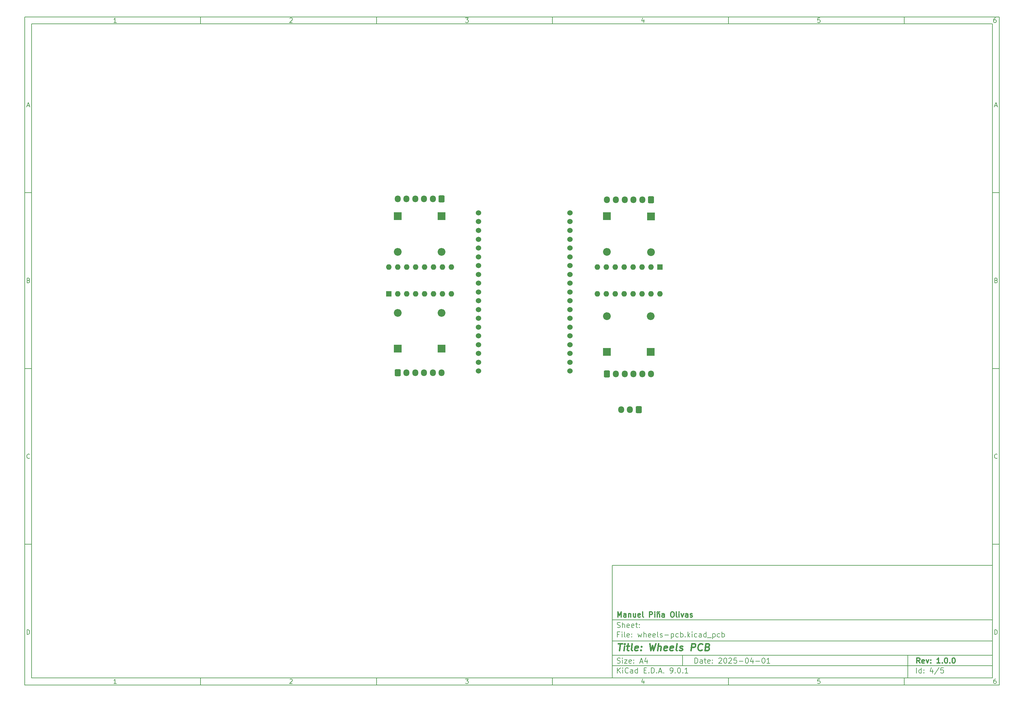
<source format=gbr>
%TF.GenerationSoftware,KiCad,Pcbnew,9.0.1-9.0.1-0~ubuntu24.04.1*%
%TF.CreationDate,2025-05-06T13:20:29-06:00*%
%TF.ProjectId,wheels-pcb,77686565-6c73-42d7-9063-622e6b696361,1.0.0*%
%TF.SameCoordinates,Original*%
%TF.FileFunction,Soldermask,Top*%
%TF.FilePolarity,Negative*%
%FSLAX46Y46*%
G04 Gerber Fmt 4.6, Leading zero omitted, Abs format (unit mm)*
G04 Created by KiCad (PCBNEW 9.0.1-9.0.1-0~ubuntu24.04.1) date 2025-05-06 13:20:29*
%MOMM*%
%LPD*%
G01*
G04 APERTURE LIST*
G04 Aperture macros list*
%AMRoundRect*
0 Rectangle with rounded corners*
0 $1 Rounding radius*
0 $2 $3 $4 $5 $6 $7 $8 $9 X,Y pos of 4 corners*
0 Add a 4 corners polygon primitive as box body*
4,1,4,$2,$3,$4,$5,$6,$7,$8,$9,$2,$3,0*
0 Add four circle primitives for the rounded corners*
1,1,$1+$1,$2,$3*
1,1,$1+$1,$4,$5*
1,1,$1+$1,$6,$7*
1,1,$1+$1,$8,$9*
0 Add four rect primitives between the rounded corners*
20,1,$1+$1,$2,$3,$4,$5,0*
20,1,$1+$1,$4,$5,$6,$7,0*
20,1,$1+$1,$6,$7,$8,$9,0*
20,1,$1+$1,$8,$9,$2,$3,0*%
G04 Aperture macros list end*
%ADD10C,0.100000*%
%ADD11C,0.150000*%
%ADD12C,0.300000*%
%ADD13C,0.400000*%
%ADD14R,1.600000X1.600000*%
%ADD15O,1.600000X1.600000*%
%ADD16R,2.200000X2.200000*%
%ADD17O,2.200000X2.200000*%
%ADD18RoundRect,0.250000X0.600000X0.725000X-0.600000X0.725000X-0.600000X-0.725000X0.600000X-0.725000X0*%
%ADD19O,1.700000X1.950000*%
%ADD20RoundRect,0.250000X-0.600000X-0.725000X0.600000X-0.725000X0.600000X0.725000X-0.600000X0.725000X0*%
%ADD21C,1.524000*%
G04 APERTURE END LIST*
D10*
D11*
X177002200Y-166007200D02*
X285002200Y-166007200D01*
X285002200Y-198007200D01*
X177002200Y-198007200D01*
X177002200Y-166007200D01*
D10*
D11*
X10000000Y-10000000D02*
X287002200Y-10000000D01*
X287002200Y-200007200D01*
X10000000Y-200007200D01*
X10000000Y-10000000D01*
D10*
D11*
X12000000Y-12000000D02*
X285002200Y-12000000D01*
X285002200Y-198007200D01*
X12000000Y-198007200D01*
X12000000Y-12000000D01*
D10*
D11*
X60000000Y-12000000D02*
X60000000Y-10000000D01*
D10*
D11*
X110000000Y-12000000D02*
X110000000Y-10000000D01*
D10*
D11*
X160000000Y-12000000D02*
X160000000Y-10000000D01*
D10*
D11*
X210000000Y-12000000D02*
X210000000Y-10000000D01*
D10*
D11*
X260000000Y-12000000D02*
X260000000Y-10000000D01*
D10*
D11*
X36089160Y-11593604D02*
X35346303Y-11593604D01*
X35717731Y-11593604D02*
X35717731Y-10293604D01*
X35717731Y-10293604D02*
X35593922Y-10479319D01*
X35593922Y-10479319D02*
X35470112Y-10603128D01*
X35470112Y-10603128D02*
X35346303Y-10665033D01*
D10*
D11*
X85346303Y-10417414D02*
X85408207Y-10355509D01*
X85408207Y-10355509D02*
X85532017Y-10293604D01*
X85532017Y-10293604D02*
X85841541Y-10293604D01*
X85841541Y-10293604D02*
X85965350Y-10355509D01*
X85965350Y-10355509D02*
X86027255Y-10417414D01*
X86027255Y-10417414D02*
X86089160Y-10541223D01*
X86089160Y-10541223D02*
X86089160Y-10665033D01*
X86089160Y-10665033D02*
X86027255Y-10850747D01*
X86027255Y-10850747D02*
X85284398Y-11593604D01*
X85284398Y-11593604D02*
X86089160Y-11593604D01*
D10*
D11*
X135284398Y-10293604D02*
X136089160Y-10293604D01*
X136089160Y-10293604D02*
X135655826Y-10788842D01*
X135655826Y-10788842D02*
X135841541Y-10788842D01*
X135841541Y-10788842D02*
X135965350Y-10850747D01*
X135965350Y-10850747D02*
X136027255Y-10912652D01*
X136027255Y-10912652D02*
X136089160Y-11036461D01*
X136089160Y-11036461D02*
X136089160Y-11345985D01*
X136089160Y-11345985D02*
X136027255Y-11469795D01*
X136027255Y-11469795D02*
X135965350Y-11531700D01*
X135965350Y-11531700D02*
X135841541Y-11593604D01*
X135841541Y-11593604D02*
X135470112Y-11593604D01*
X135470112Y-11593604D02*
X135346303Y-11531700D01*
X135346303Y-11531700D02*
X135284398Y-11469795D01*
D10*
D11*
X185965350Y-10726938D02*
X185965350Y-11593604D01*
X185655826Y-10231700D02*
X185346303Y-11160271D01*
X185346303Y-11160271D02*
X186151064Y-11160271D01*
D10*
D11*
X236027255Y-10293604D02*
X235408207Y-10293604D01*
X235408207Y-10293604D02*
X235346303Y-10912652D01*
X235346303Y-10912652D02*
X235408207Y-10850747D01*
X235408207Y-10850747D02*
X235532017Y-10788842D01*
X235532017Y-10788842D02*
X235841541Y-10788842D01*
X235841541Y-10788842D02*
X235965350Y-10850747D01*
X235965350Y-10850747D02*
X236027255Y-10912652D01*
X236027255Y-10912652D02*
X236089160Y-11036461D01*
X236089160Y-11036461D02*
X236089160Y-11345985D01*
X236089160Y-11345985D02*
X236027255Y-11469795D01*
X236027255Y-11469795D02*
X235965350Y-11531700D01*
X235965350Y-11531700D02*
X235841541Y-11593604D01*
X235841541Y-11593604D02*
X235532017Y-11593604D01*
X235532017Y-11593604D02*
X235408207Y-11531700D01*
X235408207Y-11531700D02*
X235346303Y-11469795D01*
D10*
D11*
X285965350Y-10293604D02*
X285717731Y-10293604D01*
X285717731Y-10293604D02*
X285593922Y-10355509D01*
X285593922Y-10355509D02*
X285532017Y-10417414D01*
X285532017Y-10417414D02*
X285408207Y-10603128D01*
X285408207Y-10603128D02*
X285346303Y-10850747D01*
X285346303Y-10850747D02*
X285346303Y-11345985D01*
X285346303Y-11345985D02*
X285408207Y-11469795D01*
X285408207Y-11469795D02*
X285470112Y-11531700D01*
X285470112Y-11531700D02*
X285593922Y-11593604D01*
X285593922Y-11593604D02*
X285841541Y-11593604D01*
X285841541Y-11593604D02*
X285965350Y-11531700D01*
X285965350Y-11531700D02*
X286027255Y-11469795D01*
X286027255Y-11469795D02*
X286089160Y-11345985D01*
X286089160Y-11345985D02*
X286089160Y-11036461D01*
X286089160Y-11036461D02*
X286027255Y-10912652D01*
X286027255Y-10912652D02*
X285965350Y-10850747D01*
X285965350Y-10850747D02*
X285841541Y-10788842D01*
X285841541Y-10788842D02*
X285593922Y-10788842D01*
X285593922Y-10788842D02*
X285470112Y-10850747D01*
X285470112Y-10850747D02*
X285408207Y-10912652D01*
X285408207Y-10912652D02*
X285346303Y-11036461D01*
D10*
D11*
X60000000Y-198007200D02*
X60000000Y-200007200D01*
D10*
D11*
X110000000Y-198007200D02*
X110000000Y-200007200D01*
D10*
D11*
X160000000Y-198007200D02*
X160000000Y-200007200D01*
D10*
D11*
X210000000Y-198007200D02*
X210000000Y-200007200D01*
D10*
D11*
X260000000Y-198007200D02*
X260000000Y-200007200D01*
D10*
D11*
X36089160Y-199600804D02*
X35346303Y-199600804D01*
X35717731Y-199600804D02*
X35717731Y-198300804D01*
X35717731Y-198300804D02*
X35593922Y-198486519D01*
X35593922Y-198486519D02*
X35470112Y-198610328D01*
X35470112Y-198610328D02*
X35346303Y-198672233D01*
D10*
D11*
X85346303Y-198424614D02*
X85408207Y-198362709D01*
X85408207Y-198362709D02*
X85532017Y-198300804D01*
X85532017Y-198300804D02*
X85841541Y-198300804D01*
X85841541Y-198300804D02*
X85965350Y-198362709D01*
X85965350Y-198362709D02*
X86027255Y-198424614D01*
X86027255Y-198424614D02*
X86089160Y-198548423D01*
X86089160Y-198548423D02*
X86089160Y-198672233D01*
X86089160Y-198672233D02*
X86027255Y-198857947D01*
X86027255Y-198857947D02*
X85284398Y-199600804D01*
X85284398Y-199600804D02*
X86089160Y-199600804D01*
D10*
D11*
X135284398Y-198300804D02*
X136089160Y-198300804D01*
X136089160Y-198300804D02*
X135655826Y-198796042D01*
X135655826Y-198796042D02*
X135841541Y-198796042D01*
X135841541Y-198796042D02*
X135965350Y-198857947D01*
X135965350Y-198857947D02*
X136027255Y-198919852D01*
X136027255Y-198919852D02*
X136089160Y-199043661D01*
X136089160Y-199043661D02*
X136089160Y-199353185D01*
X136089160Y-199353185D02*
X136027255Y-199476995D01*
X136027255Y-199476995D02*
X135965350Y-199538900D01*
X135965350Y-199538900D02*
X135841541Y-199600804D01*
X135841541Y-199600804D02*
X135470112Y-199600804D01*
X135470112Y-199600804D02*
X135346303Y-199538900D01*
X135346303Y-199538900D02*
X135284398Y-199476995D01*
D10*
D11*
X185965350Y-198734138D02*
X185965350Y-199600804D01*
X185655826Y-198238900D02*
X185346303Y-199167471D01*
X185346303Y-199167471D02*
X186151064Y-199167471D01*
D10*
D11*
X236027255Y-198300804D02*
X235408207Y-198300804D01*
X235408207Y-198300804D02*
X235346303Y-198919852D01*
X235346303Y-198919852D02*
X235408207Y-198857947D01*
X235408207Y-198857947D02*
X235532017Y-198796042D01*
X235532017Y-198796042D02*
X235841541Y-198796042D01*
X235841541Y-198796042D02*
X235965350Y-198857947D01*
X235965350Y-198857947D02*
X236027255Y-198919852D01*
X236027255Y-198919852D02*
X236089160Y-199043661D01*
X236089160Y-199043661D02*
X236089160Y-199353185D01*
X236089160Y-199353185D02*
X236027255Y-199476995D01*
X236027255Y-199476995D02*
X235965350Y-199538900D01*
X235965350Y-199538900D02*
X235841541Y-199600804D01*
X235841541Y-199600804D02*
X235532017Y-199600804D01*
X235532017Y-199600804D02*
X235408207Y-199538900D01*
X235408207Y-199538900D02*
X235346303Y-199476995D01*
D10*
D11*
X285965350Y-198300804D02*
X285717731Y-198300804D01*
X285717731Y-198300804D02*
X285593922Y-198362709D01*
X285593922Y-198362709D02*
X285532017Y-198424614D01*
X285532017Y-198424614D02*
X285408207Y-198610328D01*
X285408207Y-198610328D02*
X285346303Y-198857947D01*
X285346303Y-198857947D02*
X285346303Y-199353185D01*
X285346303Y-199353185D02*
X285408207Y-199476995D01*
X285408207Y-199476995D02*
X285470112Y-199538900D01*
X285470112Y-199538900D02*
X285593922Y-199600804D01*
X285593922Y-199600804D02*
X285841541Y-199600804D01*
X285841541Y-199600804D02*
X285965350Y-199538900D01*
X285965350Y-199538900D02*
X286027255Y-199476995D01*
X286027255Y-199476995D02*
X286089160Y-199353185D01*
X286089160Y-199353185D02*
X286089160Y-199043661D01*
X286089160Y-199043661D02*
X286027255Y-198919852D01*
X286027255Y-198919852D02*
X285965350Y-198857947D01*
X285965350Y-198857947D02*
X285841541Y-198796042D01*
X285841541Y-198796042D02*
X285593922Y-198796042D01*
X285593922Y-198796042D02*
X285470112Y-198857947D01*
X285470112Y-198857947D02*
X285408207Y-198919852D01*
X285408207Y-198919852D02*
X285346303Y-199043661D01*
D10*
D11*
X10000000Y-60000000D02*
X12000000Y-60000000D01*
D10*
D11*
X10000000Y-110000000D02*
X12000000Y-110000000D01*
D10*
D11*
X10000000Y-160000000D02*
X12000000Y-160000000D01*
D10*
D11*
X10690476Y-35222176D02*
X11309523Y-35222176D01*
X10566666Y-35593604D02*
X10999999Y-34293604D01*
X10999999Y-34293604D02*
X11433333Y-35593604D01*
D10*
D11*
X11092857Y-84912652D02*
X11278571Y-84974557D01*
X11278571Y-84974557D02*
X11340476Y-85036461D01*
X11340476Y-85036461D02*
X11402380Y-85160271D01*
X11402380Y-85160271D02*
X11402380Y-85345985D01*
X11402380Y-85345985D02*
X11340476Y-85469795D01*
X11340476Y-85469795D02*
X11278571Y-85531700D01*
X11278571Y-85531700D02*
X11154761Y-85593604D01*
X11154761Y-85593604D02*
X10659523Y-85593604D01*
X10659523Y-85593604D02*
X10659523Y-84293604D01*
X10659523Y-84293604D02*
X11092857Y-84293604D01*
X11092857Y-84293604D02*
X11216666Y-84355509D01*
X11216666Y-84355509D02*
X11278571Y-84417414D01*
X11278571Y-84417414D02*
X11340476Y-84541223D01*
X11340476Y-84541223D02*
X11340476Y-84665033D01*
X11340476Y-84665033D02*
X11278571Y-84788842D01*
X11278571Y-84788842D02*
X11216666Y-84850747D01*
X11216666Y-84850747D02*
X11092857Y-84912652D01*
X11092857Y-84912652D02*
X10659523Y-84912652D01*
D10*
D11*
X11402380Y-135469795D02*
X11340476Y-135531700D01*
X11340476Y-135531700D02*
X11154761Y-135593604D01*
X11154761Y-135593604D02*
X11030952Y-135593604D01*
X11030952Y-135593604D02*
X10845238Y-135531700D01*
X10845238Y-135531700D02*
X10721428Y-135407890D01*
X10721428Y-135407890D02*
X10659523Y-135284080D01*
X10659523Y-135284080D02*
X10597619Y-135036461D01*
X10597619Y-135036461D02*
X10597619Y-134850747D01*
X10597619Y-134850747D02*
X10659523Y-134603128D01*
X10659523Y-134603128D02*
X10721428Y-134479319D01*
X10721428Y-134479319D02*
X10845238Y-134355509D01*
X10845238Y-134355509D02*
X11030952Y-134293604D01*
X11030952Y-134293604D02*
X11154761Y-134293604D01*
X11154761Y-134293604D02*
X11340476Y-134355509D01*
X11340476Y-134355509D02*
X11402380Y-134417414D01*
D10*
D11*
X10659523Y-185593604D02*
X10659523Y-184293604D01*
X10659523Y-184293604D02*
X10969047Y-184293604D01*
X10969047Y-184293604D02*
X11154761Y-184355509D01*
X11154761Y-184355509D02*
X11278571Y-184479319D01*
X11278571Y-184479319D02*
X11340476Y-184603128D01*
X11340476Y-184603128D02*
X11402380Y-184850747D01*
X11402380Y-184850747D02*
X11402380Y-185036461D01*
X11402380Y-185036461D02*
X11340476Y-185284080D01*
X11340476Y-185284080D02*
X11278571Y-185407890D01*
X11278571Y-185407890D02*
X11154761Y-185531700D01*
X11154761Y-185531700D02*
X10969047Y-185593604D01*
X10969047Y-185593604D02*
X10659523Y-185593604D01*
D10*
D11*
X287002200Y-60000000D02*
X285002200Y-60000000D01*
D10*
D11*
X287002200Y-110000000D02*
X285002200Y-110000000D01*
D10*
D11*
X287002200Y-160000000D02*
X285002200Y-160000000D01*
D10*
D11*
X285692676Y-35222176D02*
X286311723Y-35222176D01*
X285568866Y-35593604D02*
X286002199Y-34293604D01*
X286002199Y-34293604D02*
X286435533Y-35593604D01*
D10*
D11*
X286095057Y-84912652D02*
X286280771Y-84974557D01*
X286280771Y-84974557D02*
X286342676Y-85036461D01*
X286342676Y-85036461D02*
X286404580Y-85160271D01*
X286404580Y-85160271D02*
X286404580Y-85345985D01*
X286404580Y-85345985D02*
X286342676Y-85469795D01*
X286342676Y-85469795D02*
X286280771Y-85531700D01*
X286280771Y-85531700D02*
X286156961Y-85593604D01*
X286156961Y-85593604D02*
X285661723Y-85593604D01*
X285661723Y-85593604D02*
X285661723Y-84293604D01*
X285661723Y-84293604D02*
X286095057Y-84293604D01*
X286095057Y-84293604D02*
X286218866Y-84355509D01*
X286218866Y-84355509D02*
X286280771Y-84417414D01*
X286280771Y-84417414D02*
X286342676Y-84541223D01*
X286342676Y-84541223D02*
X286342676Y-84665033D01*
X286342676Y-84665033D02*
X286280771Y-84788842D01*
X286280771Y-84788842D02*
X286218866Y-84850747D01*
X286218866Y-84850747D02*
X286095057Y-84912652D01*
X286095057Y-84912652D02*
X285661723Y-84912652D01*
D10*
D11*
X286404580Y-135469795D02*
X286342676Y-135531700D01*
X286342676Y-135531700D02*
X286156961Y-135593604D01*
X286156961Y-135593604D02*
X286033152Y-135593604D01*
X286033152Y-135593604D02*
X285847438Y-135531700D01*
X285847438Y-135531700D02*
X285723628Y-135407890D01*
X285723628Y-135407890D02*
X285661723Y-135284080D01*
X285661723Y-135284080D02*
X285599819Y-135036461D01*
X285599819Y-135036461D02*
X285599819Y-134850747D01*
X285599819Y-134850747D02*
X285661723Y-134603128D01*
X285661723Y-134603128D02*
X285723628Y-134479319D01*
X285723628Y-134479319D02*
X285847438Y-134355509D01*
X285847438Y-134355509D02*
X286033152Y-134293604D01*
X286033152Y-134293604D02*
X286156961Y-134293604D01*
X286156961Y-134293604D02*
X286342676Y-134355509D01*
X286342676Y-134355509D02*
X286404580Y-134417414D01*
D10*
D11*
X285661723Y-185593604D02*
X285661723Y-184293604D01*
X285661723Y-184293604D02*
X285971247Y-184293604D01*
X285971247Y-184293604D02*
X286156961Y-184355509D01*
X286156961Y-184355509D02*
X286280771Y-184479319D01*
X286280771Y-184479319D02*
X286342676Y-184603128D01*
X286342676Y-184603128D02*
X286404580Y-184850747D01*
X286404580Y-184850747D02*
X286404580Y-185036461D01*
X286404580Y-185036461D02*
X286342676Y-185284080D01*
X286342676Y-185284080D02*
X286280771Y-185407890D01*
X286280771Y-185407890D02*
X286156961Y-185531700D01*
X286156961Y-185531700D02*
X285971247Y-185593604D01*
X285971247Y-185593604D02*
X285661723Y-185593604D01*
D10*
D11*
X200458026Y-193793328D02*
X200458026Y-192293328D01*
X200458026Y-192293328D02*
X200815169Y-192293328D01*
X200815169Y-192293328D02*
X201029455Y-192364757D01*
X201029455Y-192364757D02*
X201172312Y-192507614D01*
X201172312Y-192507614D02*
X201243741Y-192650471D01*
X201243741Y-192650471D02*
X201315169Y-192936185D01*
X201315169Y-192936185D02*
X201315169Y-193150471D01*
X201315169Y-193150471D02*
X201243741Y-193436185D01*
X201243741Y-193436185D02*
X201172312Y-193579042D01*
X201172312Y-193579042D02*
X201029455Y-193721900D01*
X201029455Y-193721900D02*
X200815169Y-193793328D01*
X200815169Y-193793328D02*
X200458026Y-193793328D01*
X202600884Y-193793328D02*
X202600884Y-193007614D01*
X202600884Y-193007614D02*
X202529455Y-192864757D01*
X202529455Y-192864757D02*
X202386598Y-192793328D01*
X202386598Y-192793328D02*
X202100884Y-192793328D01*
X202100884Y-192793328D02*
X201958026Y-192864757D01*
X202600884Y-193721900D02*
X202458026Y-193793328D01*
X202458026Y-193793328D02*
X202100884Y-193793328D01*
X202100884Y-193793328D02*
X201958026Y-193721900D01*
X201958026Y-193721900D02*
X201886598Y-193579042D01*
X201886598Y-193579042D02*
X201886598Y-193436185D01*
X201886598Y-193436185D02*
X201958026Y-193293328D01*
X201958026Y-193293328D02*
X202100884Y-193221900D01*
X202100884Y-193221900D02*
X202458026Y-193221900D01*
X202458026Y-193221900D02*
X202600884Y-193150471D01*
X203100884Y-192793328D02*
X203672312Y-192793328D01*
X203315169Y-192293328D02*
X203315169Y-193579042D01*
X203315169Y-193579042D02*
X203386598Y-193721900D01*
X203386598Y-193721900D02*
X203529455Y-193793328D01*
X203529455Y-193793328D02*
X203672312Y-193793328D01*
X204743741Y-193721900D02*
X204600884Y-193793328D01*
X204600884Y-193793328D02*
X204315170Y-193793328D01*
X204315170Y-193793328D02*
X204172312Y-193721900D01*
X204172312Y-193721900D02*
X204100884Y-193579042D01*
X204100884Y-193579042D02*
X204100884Y-193007614D01*
X204100884Y-193007614D02*
X204172312Y-192864757D01*
X204172312Y-192864757D02*
X204315170Y-192793328D01*
X204315170Y-192793328D02*
X204600884Y-192793328D01*
X204600884Y-192793328D02*
X204743741Y-192864757D01*
X204743741Y-192864757D02*
X204815170Y-193007614D01*
X204815170Y-193007614D02*
X204815170Y-193150471D01*
X204815170Y-193150471D02*
X204100884Y-193293328D01*
X205458026Y-193650471D02*
X205529455Y-193721900D01*
X205529455Y-193721900D02*
X205458026Y-193793328D01*
X205458026Y-193793328D02*
X205386598Y-193721900D01*
X205386598Y-193721900D02*
X205458026Y-193650471D01*
X205458026Y-193650471D02*
X205458026Y-193793328D01*
X205458026Y-192864757D02*
X205529455Y-192936185D01*
X205529455Y-192936185D02*
X205458026Y-193007614D01*
X205458026Y-193007614D02*
X205386598Y-192936185D01*
X205386598Y-192936185D02*
X205458026Y-192864757D01*
X205458026Y-192864757D02*
X205458026Y-193007614D01*
X207243741Y-192436185D02*
X207315169Y-192364757D01*
X207315169Y-192364757D02*
X207458027Y-192293328D01*
X207458027Y-192293328D02*
X207815169Y-192293328D01*
X207815169Y-192293328D02*
X207958027Y-192364757D01*
X207958027Y-192364757D02*
X208029455Y-192436185D01*
X208029455Y-192436185D02*
X208100884Y-192579042D01*
X208100884Y-192579042D02*
X208100884Y-192721900D01*
X208100884Y-192721900D02*
X208029455Y-192936185D01*
X208029455Y-192936185D02*
X207172312Y-193793328D01*
X207172312Y-193793328D02*
X208100884Y-193793328D01*
X209029455Y-192293328D02*
X209172312Y-192293328D01*
X209172312Y-192293328D02*
X209315169Y-192364757D01*
X209315169Y-192364757D02*
X209386598Y-192436185D01*
X209386598Y-192436185D02*
X209458026Y-192579042D01*
X209458026Y-192579042D02*
X209529455Y-192864757D01*
X209529455Y-192864757D02*
X209529455Y-193221900D01*
X209529455Y-193221900D02*
X209458026Y-193507614D01*
X209458026Y-193507614D02*
X209386598Y-193650471D01*
X209386598Y-193650471D02*
X209315169Y-193721900D01*
X209315169Y-193721900D02*
X209172312Y-193793328D01*
X209172312Y-193793328D02*
X209029455Y-193793328D01*
X209029455Y-193793328D02*
X208886598Y-193721900D01*
X208886598Y-193721900D02*
X208815169Y-193650471D01*
X208815169Y-193650471D02*
X208743740Y-193507614D01*
X208743740Y-193507614D02*
X208672312Y-193221900D01*
X208672312Y-193221900D02*
X208672312Y-192864757D01*
X208672312Y-192864757D02*
X208743740Y-192579042D01*
X208743740Y-192579042D02*
X208815169Y-192436185D01*
X208815169Y-192436185D02*
X208886598Y-192364757D01*
X208886598Y-192364757D02*
X209029455Y-192293328D01*
X210100883Y-192436185D02*
X210172311Y-192364757D01*
X210172311Y-192364757D02*
X210315169Y-192293328D01*
X210315169Y-192293328D02*
X210672311Y-192293328D01*
X210672311Y-192293328D02*
X210815169Y-192364757D01*
X210815169Y-192364757D02*
X210886597Y-192436185D01*
X210886597Y-192436185D02*
X210958026Y-192579042D01*
X210958026Y-192579042D02*
X210958026Y-192721900D01*
X210958026Y-192721900D02*
X210886597Y-192936185D01*
X210886597Y-192936185D02*
X210029454Y-193793328D01*
X210029454Y-193793328D02*
X210958026Y-193793328D01*
X212315168Y-192293328D02*
X211600882Y-192293328D01*
X211600882Y-192293328D02*
X211529454Y-193007614D01*
X211529454Y-193007614D02*
X211600882Y-192936185D01*
X211600882Y-192936185D02*
X211743740Y-192864757D01*
X211743740Y-192864757D02*
X212100882Y-192864757D01*
X212100882Y-192864757D02*
X212243740Y-192936185D01*
X212243740Y-192936185D02*
X212315168Y-193007614D01*
X212315168Y-193007614D02*
X212386597Y-193150471D01*
X212386597Y-193150471D02*
X212386597Y-193507614D01*
X212386597Y-193507614D02*
X212315168Y-193650471D01*
X212315168Y-193650471D02*
X212243740Y-193721900D01*
X212243740Y-193721900D02*
X212100882Y-193793328D01*
X212100882Y-193793328D02*
X211743740Y-193793328D01*
X211743740Y-193793328D02*
X211600882Y-193721900D01*
X211600882Y-193721900D02*
X211529454Y-193650471D01*
X213029453Y-193221900D02*
X214172311Y-193221900D01*
X215172311Y-192293328D02*
X215315168Y-192293328D01*
X215315168Y-192293328D02*
X215458025Y-192364757D01*
X215458025Y-192364757D02*
X215529454Y-192436185D01*
X215529454Y-192436185D02*
X215600882Y-192579042D01*
X215600882Y-192579042D02*
X215672311Y-192864757D01*
X215672311Y-192864757D02*
X215672311Y-193221900D01*
X215672311Y-193221900D02*
X215600882Y-193507614D01*
X215600882Y-193507614D02*
X215529454Y-193650471D01*
X215529454Y-193650471D02*
X215458025Y-193721900D01*
X215458025Y-193721900D02*
X215315168Y-193793328D01*
X215315168Y-193793328D02*
X215172311Y-193793328D01*
X215172311Y-193793328D02*
X215029454Y-193721900D01*
X215029454Y-193721900D02*
X214958025Y-193650471D01*
X214958025Y-193650471D02*
X214886596Y-193507614D01*
X214886596Y-193507614D02*
X214815168Y-193221900D01*
X214815168Y-193221900D02*
X214815168Y-192864757D01*
X214815168Y-192864757D02*
X214886596Y-192579042D01*
X214886596Y-192579042D02*
X214958025Y-192436185D01*
X214958025Y-192436185D02*
X215029454Y-192364757D01*
X215029454Y-192364757D02*
X215172311Y-192293328D01*
X216958025Y-192793328D02*
X216958025Y-193793328D01*
X216600882Y-192221900D02*
X216243739Y-193293328D01*
X216243739Y-193293328D02*
X217172310Y-193293328D01*
X217743738Y-193221900D02*
X218886596Y-193221900D01*
X219886596Y-192293328D02*
X220029453Y-192293328D01*
X220029453Y-192293328D02*
X220172310Y-192364757D01*
X220172310Y-192364757D02*
X220243739Y-192436185D01*
X220243739Y-192436185D02*
X220315167Y-192579042D01*
X220315167Y-192579042D02*
X220386596Y-192864757D01*
X220386596Y-192864757D02*
X220386596Y-193221900D01*
X220386596Y-193221900D02*
X220315167Y-193507614D01*
X220315167Y-193507614D02*
X220243739Y-193650471D01*
X220243739Y-193650471D02*
X220172310Y-193721900D01*
X220172310Y-193721900D02*
X220029453Y-193793328D01*
X220029453Y-193793328D02*
X219886596Y-193793328D01*
X219886596Y-193793328D02*
X219743739Y-193721900D01*
X219743739Y-193721900D02*
X219672310Y-193650471D01*
X219672310Y-193650471D02*
X219600881Y-193507614D01*
X219600881Y-193507614D02*
X219529453Y-193221900D01*
X219529453Y-193221900D02*
X219529453Y-192864757D01*
X219529453Y-192864757D02*
X219600881Y-192579042D01*
X219600881Y-192579042D02*
X219672310Y-192436185D01*
X219672310Y-192436185D02*
X219743739Y-192364757D01*
X219743739Y-192364757D02*
X219886596Y-192293328D01*
X221815167Y-193793328D02*
X220958024Y-193793328D01*
X221386595Y-193793328D02*
X221386595Y-192293328D01*
X221386595Y-192293328D02*
X221243738Y-192507614D01*
X221243738Y-192507614D02*
X221100881Y-192650471D01*
X221100881Y-192650471D02*
X220958024Y-192721900D01*
D10*
D11*
X177002200Y-194507200D02*
X285002200Y-194507200D01*
D10*
D11*
X178458026Y-196593328D02*
X178458026Y-195093328D01*
X179315169Y-196593328D02*
X178672312Y-195736185D01*
X179315169Y-195093328D02*
X178458026Y-195950471D01*
X179958026Y-196593328D02*
X179958026Y-195593328D01*
X179958026Y-195093328D02*
X179886598Y-195164757D01*
X179886598Y-195164757D02*
X179958026Y-195236185D01*
X179958026Y-195236185D02*
X180029455Y-195164757D01*
X180029455Y-195164757D02*
X179958026Y-195093328D01*
X179958026Y-195093328D02*
X179958026Y-195236185D01*
X181529455Y-196450471D02*
X181458027Y-196521900D01*
X181458027Y-196521900D02*
X181243741Y-196593328D01*
X181243741Y-196593328D02*
X181100884Y-196593328D01*
X181100884Y-196593328D02*
X180886598Y-196521900D01*
X180886598Y-196521900D02*
X180743741Y-196379042D01*
X180743741Y-196379042D02*
X180672312Y-196236185D01*
X180672312Y-196236185D02*
X180600884Y-195950471D01*
X180600884Y-195950471D02*
X180600884Y-195736185D01*
X180600884Y-195736185D02*
X180672312Y-195450471D01*
X180672312Y-195450471D02*
X180743741Y-195307614D01*
X180743741Y-195307614D02*
X180886598Y-195164757D01*
X180886598Y-195164757D02*
X181100884Y-195093328D01*
X181100884Y-195093328D02*
X181243741Y-195093328D01*
X181243741Y-195093328D02*
X181458027Y-195164757D01*
X181458027Y-195164757D02*
X181529455Y-195236185D01*
X182815170Y-196593328D02*
X182815170Y-195807614D01*
X182815170Y-195807614D02*
X182743741Y-195664757D01*
X182743741Y-195664757D02*
X182600884Y-195593328D01*
X182600884Y-195593328D02*
X182315170Y-195593328D01*
X182315170Y-195593328D02*
X182172312Y-195664757D01*
X182815170Y-196521900D02*
X182672312Y-196593328D01*
X182672312Y-196593328D02*
X182315170Y-196593328D01*
X182315170Y-196593328D02*
X182172312Y-196521900D01*
X182172312Y-196521900D02*
X182100884Y-196379042D01*
X182100884Y-196379042D02*
X182100884Y-196236185D01*
X182100884Y-196236185D02*
X182172312Y-196093328D01*
X182172312Y-196093328D02*
X182315170Y-196021900D01*
X182315170Y-196021900D02*
X182672312Y-196021900D01*
X182672312Y-196021900D02*
X182815170Y-195950471D01*
X184172313Y-196593328D02*
X184172313Y-195093328D01*
X184172313Y-196521900D02*
X184029455Y-196593328D01*
X184029455Y-196593328D02*
X183743741Y-196593328D01*
X183743741Y-196593328D02*
X183600884Y-196521900D01*
X183600884Y-196521900D02*
X183529455Y-196450471D01*
X183529455Y-196450471D02*
X183458027Y-196307614D01*
X183458027Y-196307614D02*
X183458027Y-195879042D01*
X183458027Y-195879042D02*
X183529455Y-195736185D01*
X183529455Y-195736185D02*
X183600884Y-195664757D01*
X183600884Y-195664757D02*
X183743741Y-195593328D01*
X183743741Y-195593328D02*
X184029455Y-195593328D01*
X184029455Y-195593328D02*
X184172313Y-195664757D01*
X186029455Y-195807614D02*
X186529455Y-195807614D01*
X186743741Y-196593328D02*
X186029455Y-196593328D01*
X186029455Y-196593328D02*
X186029455Y-195093328D01*
X186029455Y-195093328D02*
X186743741Y-195093328D01*
X187386598Y-196450471D02*
X187458027Y-196521900D01*
X187458027Y-196521900D02*
X187386598Y-196593328D01*
X187386598Y-196593328D02*
X187315170Y-196521900D01*
X187315170Y-196521900D02*
X187386598Y-196450471D01*
X187386598Y-196450471D02*
X187386598Y-196593328D01*
X188100884Y-196593328D02*
X188100884Y-195093328D01*
X188100884Y-195093328D02*
X188458027Y-195093328D01*
X188458027Y-195093328D02*
X188672313Y-195164757D01*
X188672313Y-195164757D02*
X188815170Y-195307614D01*
X188815170Y-195307614D02*
X188886599Y-195450471D01*
X188886599Y-195450471D02*
X188958027Y-195736185D01*
X188958027Y-195736185D02*
X188958027Y-195950471D01*
X188958027Y-195950471D02*
X188886599Y-196236185D01*
X188886599Y-196236185D02*
X188815170Y-196379042D01*
X188815170Y-196379042D02*
X188672313Y-196521900D01*
X188672313Y-196521900D02*
X188458027Y-196593328D01*
X188458027Y-196593328D02*
X188100884Y-196593328D01*
X189600884Y-196450471D02*
X189672313Y-196521900D01*
X189672313Y-196521900D02*
X189600884Y-196593328D01*
X189600884Y-196593328D02*
X189529456Y-196521900D01*
X189529456Y-196521900D02*
X189600884Y-196450471D01*
X189600884Y-196450471D02*
X189600884Y-196593328D01*
X190243742Y-196164757D02*
X190958028Y-196164757D01*
X190100885Y-196593328D02*
X190600885Y-195093328D01*
X190600885Y-195093328D02*
X191100885Y-196593328D01*
X191600884Y-196450471D02*
X191672313Y-196521900D01*
X191672313Y-196521900D02*
X191600884Y-196593328D01*
X191600884Y-196593328D02*
X191529456Y-196521900D01*
X191529456Y-196521900D02*
X191600884Y-196450471D01*
X191600884Y-196450471D02*
X191600884Y-196593328D01*
X193529456Y-196593328D02*
X193815170Y-196593328D01*
X193815170Y-196593328D02*
X193958027Y-196521900D01*
X193958027Y-196521900D02*
X194029456Y-196450471D01*
X194029456Y-196450471D02*
X194172313Y-196236185D01*
X194172313Y-196236185D02*
X194243742Y-195950471D01*
X194243742Y-195950471D02*
X194243742Y-195379042D01*
X194243742Y-195379042D02*
X194172313Y-195236185D01*
X194172313Y-195236185D02*
X194100885Y-195164757D01*
X194100885Y-195164757D02*
X193958027Y-195093328D01*
X193958027Y-195093328D02*
X193672313Y-195093328D01*
X193672313Y-195093328D02*
X193529456Y-195164757D01*
X193529456Y-195164757D02*
X193458027Y-195236185D01*
X193458027Y-195236185D02*
X193386599Y-195379042D01*
X193386599Y-195379042D02*
X193386599Y-195736185D01*
X193386599Y-195736185D02*
X193458027Y-195879042D01*
X193458027Y-195879042D02*
X193529456Y-195950471D01*
X193529456Y-195950471D02*
X193672313Y-196021900D01*
X193672313Y-196021900D02*
X193958027Y-196021900D01*
X193958027Y-196021900D02*
X194100885Y-195950471D01*
X194100885Y-195950471D02*
X194172313Y-195879042D01*
X194172313Y-195879042D02*
X194243742Y-195736185D01*
X194886598Y-196450471D02*
X194958027Y-196521900D01*
X194958027Y-196521900D02*
X194886598Y-196593328D01*
X194886598Y-196593328D02*
X194815170Y-196521900D01*
X194815170Y-196521900D02*
X194886598Y-196450471D01*
X194886598Y-196450471D02*
X194886598Y-196593328D01*
X195886599Y-195093328D02*
X196029456Y-195093328D01*
X196029456Y-195093328D02*
X196172313Y-195164757D01*
X196172313Y-195164757D02*
X196243742Y-195236185D01*
X196243742Y-195236185D02*
X196315170Y-195379042D01*
X196315170Y-195379042D02*
X196386599Y-195664757D01*
X196386599Y-195664757D02*
X196386599Y-196021900D01*
X196386599Y-196021900D02*
X196315170Y-196307614D01*
X196315170Y-196307614D02*
X196243742Y-196450471D01*
X196243742Y-196450471D02*
X196172313Y-196521900D01*
X196172313Y-196521900D02*
X196029456Y-196593328D01*
X196029456Y-196593328D02*
X195886599Y-196593328D01*
X195886599Y-196593328D02*
X195743742Y-196521900D01*
X195743742Y-196521900D02*
X195672313Y-196450471D01*
X195672313Y-196450471D02*
X195600884Y-196307614D01*
X195600884Y-196307614D02*
X195529456Y-196021900D01*
X195529456Y-196021900D02*
X195529456Y-195664757D01*
X195529456Y-195664757D02*
X195600884Y-195379042D01*
X195600884Y-195379042D02*
X195672313Y-195236185D01*
X195672313Y-195236185D02*
X195743742Y-195164757D01*
X195743742Y-195164757D02*
X195886599Y-195093328D01*
X197029455Y-196450471D02*
X197100884Y-196521900D01*
X197100884Y-196521900D02*
X197029455Y-196593328D01*
X197029455Y-196593328D02*
X196958027Y-196521900D01*
X196958027Y-196521900D02*
X197029455Y-196450471D01*
X197029455Y-196450471D02*
X197029455Y-196593328D01*
X198529456Y-196593328D02*
X197672313Y-196593328D01*
X198100884Y-196593328D02*
X198100884Y-195093328D01*
X198100884Y-195093328D02*
X197958027Y-195307614D01*
X197958027Y-195307614D02*
X197815170Y-195450471D01*
X197815170Y-195450471D02*
X197672313Y-195521900D01*
D10*
D11*
X177002200Y-191507200D02*
X285002200Y-191507200D01*
D10*
D12*
X264413853Y-193785528D02*
X263913853Y-193071242D01*
X263556710Y-193785528D02*
X263556710Y-192285528D01*
X263556710Y-192285528D02*
X264128139Y-192285528D01*
X264128139Y-192285528D02*
X264270996Y-192356957D01*
X264270996Y-192356957D02*
X264342425Y-192428385D01*
X264342425Y-192428385D02*
X264413853Y-192571242D01*
X264413853Y-192571242D02*
X264413853Y-192785528D01*
X264413853Y-192785528D02*
X264342425Y-192928385D01*
X264342425Y-192928385D02*
X264270996Y-192999814D01*
X264270996Y-192999814D02*
X264128139Y-193071242D01*
X264128139Y-193071242D02*
X263556710Y-193071242D01*
X265628139Y-193714100D02*
X265485282Y-193785528D01*
X265485282Y-193785528D02*
X265199568Y-193785528D01*
X265199568Y-193785528D02*
X265056710Y-193714100D01*
X265056710Y-193714100D02*
X264985282Y-193571242D01*
X264985282Y-193571242D02*
X264985282Y-192999814D01*
X264985282Y-192999814D02*
X265056710Y-192856957D01*
X265056710Y-192856957D02*
X265199568Y-192785528D01*
X265199568Y-192785528D02*
X265485282Y-192785528D01*
X265485282Y-192785528D02*
X265628139Y-192856957D01*
X265628139Y-192856957D02*
X265699568Y-192999814D01*
X265699568Y-192999814D02*
X265699568Y-193142671D01*
X265699568Y-193142671D02*
X264985282Y-193285528D01*
X266199567Y-192785528D02*
X266556710Y-193785528D01*
X266556710Y-193785528D02*
X266913853Y-192785528D01*
X267485281Y-193642671D02*
X267556710Y-193714100D01*
X267556710Y-193714100D02*
X267485281Y-193785528D01*
X267485281Y-193785528D02*
X267413853Y-193714100D01*
X267413853Y-193714100D02*
X267485281Y-193642671D01*
X267485281Y-193642671D02*
X267485281Y-193785528D01*
X267485281Y-192856957D02*
X267556710Y-192928385D01*
X267556710Y-192928385D02*
X267485281Y-192999814D01*
X267485281Y-192999814D02*
X267413853Y-192928385D01*
X267413853Y-192928385D02*
X267485281Y-192856957D01*
X267485281Y-192856957D02*
X267485281Y-192999814D01*
X270128139Y-193785528D02*
X269270996Y-193785528D01*
X269699567Y-193785528D02*
X269699567Y-192285528D01*
X269699567Y-192285528D02*
X269556710Y-192499814D01*
X269556710Y-192499814D02*
X269413853Y-192642671D01*
X269413853Y-192642671D02*
X269270996Y-192714100D01*
X270770995Y-193642671D02*
X270842424Y-193714100D01*
X270842424Y-193714100D02*
X270770995Y-193785528D01*
X270770995Y-193785528D02*
X270699567Y-193714100D01*
X270699567Y-193714100D02*
X270770995Y-193642671D01*
X270770995Y-193642671D02*
X270770995Y-193785528D01*
X271770996Y-192285528D02*
X271913853Y-192285528D01*
X271913853Y-192285528D02*
X272056710Y-192356957D01*
X272056710Y-192356957D02*
X272128139Y-192428385D01*
X272128139Y-192428385D02*
X272199567Y-192571242D01*
X272199567Y-192571242D02*
X272270996Y-192856957D01*
X272270996Y-192856957D02*
X272270996Y-193214100D01*
X272270996Y-193214100D02*
X272199567Y-193499814D01*
X272199567Y-193499814D02*
X272128139Y-193642671D01*
X272128139Y-193642671D02*
X272056710Y-193714100D01*
X272056710Y-193714100D02*
X271913853Y-193785528D01*
X271913853Y-193785528D02*
X271770996Y-193785528D01*
X271770996Y-193785528D02*
X271628139Y-193714100D01*
X271628139Y-193714100D02*
X271556710Y-193642671D01*
X271556710Y-193642671D02*
X271485281Y-193499814D01*
X271485281Y-193499814D02*
X271413853Y-193214100D01*
X271413853Y-193214100D02*
X271413853Y-192856957D01*
X271413853Y-192856957D02*
X271485281Y-192571242D01*
X271485281Y-192571242D02*
X271556710Y-192428385D01*
X271556710Y-192428385D02*
X271628139Y-192356957D01*
X271628139Y-192356957D02*
X271770996Y-192285528D01*
X272913852Y-193642671D02*
X272985281Y-193714100D01*
X272985281Y-193714100D02*
X272913852Y-193785528D01*
X272913852Y-193785528D02*
X272842424Y-193714100D01*
X272842424Y-193714100D02*
X272913852Y-193642671D01*
X272913852Y-193642671D02*
X272913852Y-193785528D01*
X273913853Y-192285528D02*
X274056710Y-192285528D01*
X274056710Y-192285528D02*
X274199567Y-192356957D01*
X274199567Y-192356957D02*
X274270996Y-192428385D01*
X274270996Y-192428385D02*
X274342424Y-192571242D01*
X274342424Y-192571242D02*
X274413853Y-192856957D01*
X274413853Y-192856957D02*
X274413853Y-193214100D01*
X274413853Y-193214100D02*
X274342424Y-193499814D01*
X274342424Y-193499814D02*
X274270996Y-193642671D01*
X274270996Y-193642671D02*
X274199567Y-193714100D01*
X274199567Y-193714100D02*
X274056710Y-193785528D01*
X274056710Y-193785528D02*
X273913853Y-193785528D01*
X273913853Y-193785528D02*
X273770996Y-193714100D01*
X273770996Y-193714100D02*
X273699567Y-193642671D01*
X273699567Y-193642671D02*
X273628138Y-193499814D01*
X273628138Y-193499814D02*
X273556710Y-193214100D01*
X273556710Y-193214100D02*
X273556710Y-192856957D01*
X273556710Y-192856957D02*
X273628138Y-192571242D01*
X273628138Y-192571242D02*
X273699567Y-192428385D01*
X273699567Y-192428385D02*
X273770996Y-192356957D01*
X273770996Y-192356957D02*
X273913853Y-192285528D01*
D10*
D11*
X178386598Y-193721900D02*
X178600884Y-193793328D01*
X178600884Y-193793328D02*
X178958026Y-193793328D01*
X178958026Y-193793328D02*
X179100884Y-193721900D01*
X179100884Y-193721900D02*
X179172312Y-193650471D01*
X179172312Y-193650471D02*
X179243741Y-193507614D01*
X179243741Y-193507614D02*
X179243741Y-193364757D01*
X179243741Y-193364757D02*
X179172312Y-193221900D01*
X179172312Y-193221900D02*
X179100884Y-193150471D01*
X179100884Y-193150471D02*
X178958026Y-193079042D01*
X178958026Y-193079042D02*
X178672312Y-193007614D01*
X178672312Y-193007614D02*
X178529455Y-192936185D01*
X178529455Y-192936185D02*
X178458026Y-192864757D01*
X178458026Y-192864757D02*
X178386598Y-192721900D01*
X178386598Y-192721900D02*
X178386598Y-192579042D01*
X178386598Y-192579042D02*
X178458026Y-192436185D01*
X178458026Y-192436185D02*
X178529455Y-192364757D01*
X178529455Y-192364757D02*
X178672312Y-192293328D01*
X178672312Y-192293328D02*
X179029455Y-192293328D01*
X179029455Y-192293328D02*
X179243741Y-192364757D01*
X179886597Y-193793328D02*
X179886597Y-192793328D01*
X179886597Y-192293328D02*
X179815169Y-192364757D01*
X179815169Y-192364757D02*
X179886597Y-192436185D01*
X179886597Y-192436185D02*
X179958026Y-192364757D01*
X179958026Y-192364757D02*
X179886597Y-192293328D01*
X179886597Y-192293328D02*
X179886597Y-192436185D01*
X180458026Y-192793328D02*
X181243741Y-192793328D01*
X181243741Y-192793328D02*
X180458026Y-193793328D01*
X180458026Y-193793328D02*
X181243741Y-193793328D01*
X182386598Y-193721900D02*
X182243741Y-193793328D01*
X182243741Y-193793328D02*
X181958027Y-193793328D01*
X181958027Y-193793328D02*
X181815169Y-193721900D01*
X181815169Y-193721900D02*
X181743741Y-193579042D01*
X181743741Y-193579042D02*
X181743741Y-193007614D01*
X181743741Y-193007614D02*
X181815169Y-192864757D01*
X181815169Y-192864757D02*
X181958027Y-192793328D01*
X181958027Y-192793328D02*
X182243741Y-192793328D01*
X182243741Y-192793328D02*
X182386598Y-192864757D01*
X182386598Y-192864757D02*
X182458027Y-193007614D01*
X182458027Y-193007614D02*
X182458027Y-193150471D01*
X182458027Y-193150471D02*
X181743741Y-193293328D01*
X183100883Y-193650471D02*
X183172312Y-193721900D01*
X183172312Y-193721900D02*
X183100883Y-193793328D01*
X183100883Y-193793328D02*
X183029455Y-193721900D01*
X183029455Y-193721900D02*
X183100883Y-193650471D01*
X183100883Y-193650471D02*
X183100883Y-193793328D01*
X183100883Y-192864757D02*
X183172312Y-192936185D01*
X183172312Y-192936185D02*
X183100883Y-193007614D01*
X183100883Y-193007614D02*
X183029455Y-192936185D01*
X183029455Y-192936185D02*
X183100883Y-192864757D01*
X183100883Y-192864757D02*
X183100883Y-193007614D01*
X184886598Y-193364757D02*
X185600884Y-193364757D01*
X184743741Y-193793328D02*
X185243741Y-192293328D01*
X185243741Y-192293328D02*
X185743741Y-193793328D01*
X186886598Y-192793328D02*
X186886598Y-193793328D01*
X186529455Y-192221900D02*
X186172312Y-193293328D01*
X186172312Y-193293328D02*
X187100883Y-193293328D01*
D10*
D11*
X263458026Y-196593328D02*
X263458026Y-195093328D01*
X264815170Y-196593328D02*
X264815170Y-195093328D01*
X264815170Y-196521900D02*
X264672312Y-196593328D01*
X264672312Y-196593328D02*
X264386598Y-196593328D01*
X264386598Y-196593328D02*
X264243741Y-196521900D01*
X264243741Y-196521900D02*
X264172312Y-196450471D01*
X264172312Y-196450471D02*
X264100884Y-196307614D01*
X264100884Y-196307614D02*
X264100884Y-195879042D01*
X264100884Y-195879042D02*
X264172312Y-195736185D01*
X264172312Y-195736185D02*
X264243741Y-195664757D01*
X264243741Y-195664757D02*
X264386598Y-195593328D01*
X264386598Y-195593328D02*
X264672312Y-195593328D01*
X264672312Y-195593328D02*
X264815170Y-195664757D01*
X265529455Y-196450471D02*
X265600884Y-196521900D01*
X265600884Y-196521900D02*
X265529455Y-196593328D01*
X265529455Y-196593328D02*
X265458027Y-196521900D01*
X265458027Y-196521900D02*
X265529455Y-196450471D01*
X265529455Y-196450471D02*
X265529455Y-196593328D01*
X265529455Y-195664757D02*
X265600884Y-195736185D01*
X265600884Y-195736185D02*
X265529455Y-195807614D01*
X265529455Y-195807614D02*
X265458027Y-195736185D01*
X265458027Y-195736185D02*
X265529455Y-195664757D01*
X265529455Y-195664757D02*
X265529455Y-195807614D01*
X268029456Y-195593328D02*
X268029456Y-196593328D01*
X267672313Y-195021900D02*
X267315170Y-196093328D01*
X267315170Y-196093328D02*
X268243741Y-196093328D01*
X269886598Y-195021900D02*
X268600884Y-196950471D01*
X271100884Y-195093328D02*
X270386598Y-195093328D01*
X270386598Y-195093328D02*
X270315170Y-195807614D01*
X270315170Y-195807614D02*
X270386598Y-195736185D01*
X270386598Y-195736185D02*
X270529456Y-195664757D01*
X270529456Y-195664757D02*
X270886598Y-195664757D01*
X270886598Y-195664757D02*
X271029456Y-195736185D01*
X271029456Y-195736185D02*
X271100884Y-195807614D01*
X271100884Y-195807614D02*
X271172313Y-195950471D01*
X271172313Y-195950471D02*
X271172313Y-196307614D01*
X271172313Y-196307614D02*
X271100884Y-196450471D01*
X271100884Y-196450471D02*
X271029456Y-196521900D01*
X271029456Y-196521900D02*
X270886598Y-196593328D01*
X270886598Y-196593328D02*
X270529456Y-196593328D01*
X270529456Y-196593328D02*
X270386598Y-196521900D01*
X270386598Y-196521900D02*
X270315170Y-196450471D01*
D10*
D11*
X177002200Y-187507200D02*
X285002200Y-187507200D01*
D10*
D13*
X178693928Y-188211638D02*
X179836785Y-188211638D01*
X179015357Y-190211638D02*
X179265357Y-188211638D01*
X180253452Y-190211638D02*
X180420119Y-188878304D01*
X180503452Y-188211638D02*
X180396309Y-188306876D01*
X180396309Y-188306876D02*
X180479643Y-188402114D01*
X180479643Y-188402114D02*
X180586786Y-188306876D01*
X180586786Y-188306876D02*
X180503452Y-188211638D01*
X180503452Y-188211638D02*
X180479643Y-188402114D01*
X181086786Y-188878304D02*
X181848690Y-188878304D01*
X181455833Y-188211638D02*
X181241548Y-189925923D01*
X181241548Y-189925923D02*
X181312976Y-190116400D01*
X181312976Y-190116400D02*
X181491548Y-190211638D01*
X181491548Y-190211638D02*
X181682024Y-190211638D01*
X182634405Y-190211638D02*
X182455833Y-190116400D01*
X182455833Y-190116400D02*
X182384405Y-189925923D01*
X182384405Y-189925923D02*
X182598690Y-188211638D01*
X184170119Y-190116400D02*
X183967738Y-190211638D01*
X183967738Y-190211638D02*
X183586785Y-190211638D01*
X183586785Y-190211638D02*
X183408214Y-190116400D01*
X183408214Y-190116400D02*
X183336785Y-189925923D01*
X183336785Y-189925923D02*
X183432024Y-189164019D01*
X183432024Y-189164019D02*
X183551071Y-188973542D01*
X183551071Y-188973542D02*
X183753452Y-188878304D01*
X183753452Y-188878304D02*
X184134404Y-188878304D01*
X184134404Y-188878304D02*
X184312976Y-188973542D01*
X184312976Y-188973542D02*
X184384404Y-189164019D01*
X184384404Y-189164019D02*
X184360595Y-189354495D01*
X184360595Y-189354495D02*
X183384404Y-189544971D01*
X185134405Y-190021161D02*
X185217738Y-190116400D01*
X185217738Y-190116400D02*
X185110595Y-190211638D01*
X185110595Y-190211638D02*
X185027262Y-190116400D01*
X185027262Y-190116400D02*
X185134405Y-190021161D01*
X185134405Y-190021161D02*
X185110595Y-190211638D01*
X185265357Y-188973542D02*
X185348690Y-189068780D01*
X185348690Y-189068780D02*
X185241548Y-189164019D01*
X185241548Y-189164019D02*
X185158214Y-189068780D01*
X185158214Y-189068780D02*
X185265357Y-188973542D01*
X185265357Y-188973542D02*
X185241548Y-189164019D01*
X187646310Y-188211638D02*
X187872501Y-190211638D01*
X187872501Y-190211638D02*
X188432024Y-188783066D01*
X188432024Y-188783066D02*
X188634405Y-190211638D01*
X188634405Y-190211638D02*
X189360596Y-188211638D01*
X189872500Y-190211638D02*
X190122500Y-188211638D01*
X190729643Y-190211638D02*
X190860595Y-189164019D01*
X190860595Y-189164019D02*
X190789167Y-188973542D01*
X190789167Y-188973542D02*
X190610595Y-188878304D01*
X190610595Y-188878304D02*
X190324881Y-188878304D01*
X190324881Y-188878304D02*
X190122500Y-188973542D01*
X190122500Y-188973542D02*
X190015357Y-189068780D01*
X192455834Y-190116400D02*
X192253453Y-190211638D01*
X192253453Y-190211638D02*
X191872500Y-190211638D01*
X191872500Y-190211638D02*
X191693929Y-190116400D01*
X191693929Y-190116400D02*
X191622500Y-189925923D01*
X191622500Y-189925923D02*
X191717739Y-189164019D01*
X191717739Y-189164019D02*
X191836786Y-188973542D01*
X191836786Y-188973542D02*
X192039167Y-188878304D01*
X192039167Y-188878304D02*
X192420119Y-188878304D01*
X192420119Y-188878304D02*
X192598691Y-188973542D01*
X192598691Y-188973542D02*
X192670119Y-189164019D01*
X192670119Y-189164019D02*
X192646310Y-189354495D01*
X192646310Y-189354495D02*
X191670119Y-189544971D01*
X194170120Y-190116400D02*
X193967739Y-190211638D01*
X193967739Y-190211638D02*
X193586786Y-190211638D01*
X193586786Y-190211638D02*
X193408215Y-190116400D01*
X193408215Y-190116400D02*
X193336786Y-189925923D01*
X193336786Y-189925923D02*
X193432025Y-189164019D01*
X193432025Y-189164019D02*
X193551072Y-188973542D01*
X193551072Y-188973542D02*
X193753453Y-188878304D01*
X193753453Y-188878304D02*
X194134405Y-188878304D01*
X194134405Y-188878304D02*
X194312977Y-188973542D01*
X194312977Y-188973542D02*
X194384405Y-189164019D01*
X194384405Y-189164019D02*
X194360596Y-189354495D01*
X194360596Y-189354495D02*
X193384405Y-189544971D01*
X195396311Y-190211638D02*
X195217739Y-190116400D01*
X195217739Y-190116400D02*
X195146311Y-189925923D01*
X195146311Y-189925923D02*
X195360596Y-188211638D01*
X196074882Y-190116400D02*
X196253453Y-190211638D01*
X196253453Y-190211638D02*
X196634406Y-190211638D01*
X196634406Y-190211638D02*
X196836787Y-190116400D01*
X196836787Y-190116400D02*
X196955834Y-189925923D01*
X196955834Y-189925923D02*
X196967739Y-189830685D01*
X196967739Y-189830685D02*
X196896310Y-189640209D01*
X196896310Y-189640209D02*
X196717739Y-189544971D01*
X196717739Y-189544971D02*
X196432025Y-189544971D01*
X196432025Y-189544971D02*
X196253453Y-189449733D01*
X196253453Y-189449733D02*
X196182025Y-189259257D01*
X196182025Y-189259257D02*
X196193930Y-189164019D01*
X196193930Y-189164019D02*
X196312977Y-188973542D01*
X196312977Y-188973542D02*
X196515358Y-188878304D01*
X196515358Y-188878304D02*
X196801072Y-188878304D01*
X196801072Y-188878304D02*
X196979644Y-188973542D01*
X199301073Y-190211638D02*
X199551073Y-188211638D01*
X199551073Y-188211638D02*
X200312978Y-188211638D01*
X200312978Y-188211638D02*
X200491549Y-188306876D01*
X200491549Y-188306876D02*
X200574883Y-188402114D01*
X200574883Y-188402114D02*
X200646311Y-188592590D01*
X200646311Y-188592590D02*
X200610597Y-188878304D01*
X200610597Y-188878304D02*
X200491549Y-189068780D01*
X200491549Y-189068780D02*
X200384407Y-189164019D01*
X200384407Y-189164019D02*
X200182026Y-189259257D01*
X200182026Y-189259257D02*
X199420121Y-189259257D01*
X202467740Y-190021161D02*
X202360597Y-190116400D01*
X202360597Y-190116400D02*
X202062978Y-190211638D01*
X202062978Y-190211638D02*
X201872502Y-190211638D01*
X201872502Y-190211638D02*
X201598692Y-190116400D01*
X201598692Y-190116400D02*
X201432026Y-189925923D01*
X201432026Y-189925923D02*
X201360597Y-189735447D01*
X201360597Y-189735447D02*
X201312978Y-189354495D01*
X201312978Y-189354495D02*
X201348692Y-189068780D01*
X201348692Y-189068780D02*
X201491549Y-188687828D01*
X201491549Y-188687828D02*
X201610597Y-188497352D01*
X201610597Y-188497352D02*
X201824883Y-188306876D01*
X201824883Y-188306876D02*
X202122502Y-188211638D01*
X202122502Y-188211638D02*
X202312978Y-188211638D01*
X202312978Y-188211638D02*
X202586788Y-188306876D01*
X202586788Y-188306876D02*
X202670121Y-188402114D01*
X204098692Y-189164019D02*
X204372502Y-189259257D01*
X204372502Y-189259257D02*
X204455835Y-189354495D01*
X204455835Y-189354495D02*
X204527264Y-189544971D01*
X204527264Y-189544971D02*
X204491549Y-189830685D01*
X204491549Y-189830685D02*
X204372502Y-190021161D01*
X204372502Y-190021161D02*
X204265359Y-190116400D01*
X204265359Y-190116400D02*
X204062978Y-190211638D01*
X204062978Y-190211638D02*
X203301073Y-190211638D01*
X203301073Y-190211638D02*
X203551073Y-188211638D01*
X203551073Y-188211638D02*
X204217740Y-188211638D01*
X204217740Y-188211638D02*
X204396311Y-188306876D01*
X204396311Y-188306876D02*
X204479645Y-188402114D01*
X204479645Y-188402114D02*
X204551073Y-188592590D01*
X204551073Y-188592590D02*
X204527264Y-188783066D01*
X204527264Y-188783066D02*
X204408216Y-188973542D01*
X204408216Y-188973542D02*
X204301073Y-189068780D01*
X204301073Y-189068780D02*
X204098692Y-189164019D01*
X204098692Y-189164019D02*
X203432026Y-189164019D01*
D10*
D11*
X178958026Y-185607614D02*
X178458026Y-185607614D01*
X178458026Y-186393328D02*
X178458026Y-184893328D01*
X178458026Y-184893328D02*
X179172312Y-184893328D01*
X179743740Y-186393328D02*
X179743740Y-185393328D01*
X179743740Y-184893328D02*
X179672312Y-184964757D01*
X179672312Y-184964757D02*
X179743740Y-185036185D01*
X179743740Y-185036185D02*
X179815169Y-184964757D01*
X179815169Y-184964757D02*
X179743740Y-184893328D01*
X179743740Y-184893328D02*
X179743740Y-185036185D01*
X180672312Y-186393328D02*
X180529455Y-186321900D01*
X180529455Y-186321900D02*
X180458026Y-186179042D01*
X180458026Y-186179042D02*
X180458026Y-184893328D01*
X181815169Y-186321900D02*
X181672312Y-186393328D01*
X181672312Y-186393328D02*
X181386598Y-186393328D01*
X181386598Y-186393328D02*
X181243740Y-186321900D01*
X181243740Y-186321900D02*
X181172312Y-186179042D01*
X181172312Y-186179042D02*
X181172312Y-185607614D01*
X181172312Y-185607614D02*
X181243740Y-185464757D01*
X181243740Y-185464757D02*
X181386598Y-185393328D01*
X181386598Y-185393328D02*
X181672312Y-185393328D01*
X181672312Y-185393328D02*
X181815169Y-185464757D01*
X181815169Y-185464757D02*
X181886598Y-185607614D01*
X181886598Y-185607614D02*
X181886598Y-185750471D01*
X181886598Y-185750471D02*
X181172312Y-185893328D01*
X182529454Y-186250471D02*
X182600883Y-186321900D01*
X182600883Y-186321900D02*
X182529454Y-186393328D01*
X182529454Y-186393328D02*
X182458026Y-186321900D01*
X182458026Y-186321900D02*
X182529454Y-186250471D01*
X182529454Y-186250471D02*
X182529454Y-186393328D01*
X182529454Y-185464757D02*
X182600883Y-185536185D01*
X182600883Y-185536185D02*
X182529454Y-185607614D01*
X182529454Y-185607614D02*
X182458026Y-185536185D01*
X182458026Y-185536185D02*
X182529454Y-185464757D01*
X182529454Y-185464757D02*
X182529454Y-185607614D01*
X184243740Y-185393328D02*
X184529455Y-186393328D01*
X184529455Y-186393328D02*
X184815169Y-185679042D01*
X184815169Y-185679042D02*
X185100883Y-186393328D01*
X185100883Y-186393328D02*
X185386597Y-185393328D01*
X185958026Y-186393328D02*
X185958026Y-184893328D01*
X186600884Y-186393328D02*
X186600884Y-185607614D01*
X186600884Y-185607614D02*
X186529455Y-185464757D01*
X186529455Y-185464757D02*
X186386598Y-185393328D01*
X186386598Y-185393328D02*
X186172312Y-185393328D01*
X186172312Y-185393328D02*
X186029455Y-185464757D01*
X186029455Y-185464757D02*
X185958026Y-185536185D01*
X187886598Y-186321900D02*
X187743741Y-186393328D01*
X187743741Y-186393328D02*
X187458027Y-186393328D01*
X187458027Y-186393328D02*
X187315169Y-186321900D01*
X187315169Y-186321900D02*
X187243741Y-186179042D01*
X187243741Y-186179042D02*
X187243741Y-185607614D01*
X187243741Y-185607614D02*
X187315169Y-185464757D01*
X187315169Y-185464757D02*
X187458027Y-185393328D01*
X187458027Y-185393328D02*
X187743741Y-185393328D01*
X187743741Y-185393328D02*
X187886598Y-185464757D01*
X187886598Y-185464757D02*
X187958027Y-185607614D01*
X187958027Y-185607614D02*
X187958027Y-185750471D01*
X187958027Y-185750471D02*
X187243741Y-185893328D01*
X189172312Y-186321900D02*
X189029455Y-186393328D01*
X189029455Y-186393328D02*
X188743741Y-186393328D01*
X188743741Y-186393328D02*
X188600883Y-186321900D01*
X188600883Y-186321900D02*
X188529455Y-186179042D01*
X188529455Y-186179042D02*
X188529455Y-185607614D01*
X188529455Y-185607614D02*
X188600883Y-185464757D01*
X188600883Y-185464757D02*
X188743741Y-185393328D01*
X188743741Y-185393328D02*
X189029455Y-185393328D01*
X189029455Y-185393328D02*
X189172312Y-185464757D01*
X189172312Y-185464757D02*
X189243741Y-185607614D01*
X189243741Y-185607614D02*
X189243741Y-185750471D01*
X189243741Y-185750471D02*
X188529455Y-185893328D01*
X190100883Y-186393328D02*
X189958026Y-186321900D01*
X189958026Y-186321900D02*
X189886597Y-186179042D01*
X189886597Y-186179042D02*
X189886597Y-184893328D01*
X190600883Y-186321900D02*
X190743740Y-186393328D01*
X190743740Y-186393328D02*
X191029454Y-186393328D01*
X191029454Y-186393328D02*
X191172311Y-186321900D01*
X191172311Y-186321900D02*
X191243740Y-186179042D01*
X191243740Y-186179042D02*
X191243740Y-186107614D01*
X191243740Y-186107614D02*
X191172311Y-185964757D01*
X191172311Y-185964757D02*
X191029454Y-185893328D01*
X191029454Y-185893328D02*
X190815169Y-185893328D01*
X190815169Y-185893328D02*
X190672311Y-185821900D01*
X190672311Y-185821900D02*
X190600883Y-185679042D01*
X190600883Y-185679042D02*
X190600883Y-185607614D01*
X190600883Y-185607614D02*
X190672311Y-185464757D01*
X190672311Y-185464757D02*
X190815169Y-185393328D01*
X190815169Y-185393328D02*
X191029454Y-185393328D01*
X191029454Y-185393328D02*
X191172311Y-185464757D01*
X191886597Y-185821900D02*
X193029455Y-185821900D01*
X193743740Y-185393328D02*
X193743740Y-186893328D01*
X193743740Y-185464757D02*
X193886598Y-185393328D01*
X193886598Y-185393328D02*
X194172312Y-185393328D01*
X194172312Y-185393328D02*
X194315169Y-185464757D01*
X194315169Y-185464757D02*
X194386598Y-185536185D01*
X194386598Y-185536185D02*
X194458026Y-185679042D01*
X194458026Y-185679042D02*
X194458026Y-186107614D01*
X194458026Y-186107614D02*
X194386598Y-186250471D01*
X194386598Y-186250471D02*
X194315169Y-186321900D01*
X194315169Y-186321900D02*
X194172312Y-186393328D01*
X194172312Y-186393328D02*
X193886598Y-186393328D01*
X193886598Y-186393328D02*
X193743740Y-186321900D01*
X195743741Y-186321900D02*
X195600883Y-186393328D01*
X195600883Y-186393328D02*
X195315169Y-186393328D01*
X195315169Y-186393328D02*
X195172312Y-186321900D01*
X195172312Y-186321900D02*
X195100883Y-186250471D01*
X195100883Y-186250471D02*
X195029455Y-186107614D01*
X195029455Y-186107614D02*
X195029455Y-185679042D01*
X195029455Y-185679042D02*
X195100883Y-185536185D01*
X195100883Y-185536185D02*
X195172312Y-185464757D01*
X195172312Y-185464757D02*
X195315169Y-185393328D01*
X195315169Y-185393328D02*
X195600883Y-185393328D01*
X195600883Y-185393328D02*
X195743741Y-185464757D01*
X196386597Y-186393328D02*
X196386597Y-184893328D01*
X196386597Y-185464757D02*
X196529455Y-185393328D01*
X196529455Y-185393328D02*
X196815169Y-185393328D01*
X196815169Y-185393328D02*
X196958026Y-185464757D01*
X196958026Y-185464757D02*
X197029455Y-185536185D01*
X197029455Y-185536185D02*
X197100883Y-185679042D01*
X197100883Y-185679042D02*
X197100883Y-186107614D01*
X197100883Y-186107614D02*
X197029455Y-186250471D01*
X197029455Y-186250471D02*
X196958026Y-186321900D01*
X196958026Y-186321900D02*
X196815169Y-186393328D01*
X196815169Y-186393328D02*
X196529455Y-186393328D01*
X196529455Y-186393328D02*
X196386597Y-186321900D01*
X197743740Y-186250471D02*
X197815169Y-186321900D01*
X197815169Y-186321900D02*
X197743740Y-186393328D01*
X197743740Y-186393328D02*
X197672312Y-186321900D01*
X197672312Y-186321900D02*
X197743740Y-186250471D01*
X197743740Y-186250471D02*
X197743740Y-186393328D01*
X198458026Y-186393328D02*
X198458026Y-184893328D01*
X198600884Y-185821900D02*
X199029455Y-186393328D01*
X199029455Y-185393328D02*
X198458026Y-185964757D01*
X199672312Y-186393328D02*
X199672312Y-185393328D01*
X199672312Y-184893328D02*
X199600884Y-184964757D01*
X199600884Y-184964757D02*
X199672312Y-185036185D01*
X199672312Y-185036185D02*
X199743741Y-184964757D01*
X199743741Y-184964757D02*
X199672312Y-184893328D01*
X199672312Y-184893328D02*
X199672312Y-185036185D01*
X201029456Y-186321900D02*
X200886598Y-186393328D01*
X200886598Y-186393328D02*
X200600884Y-186393328D01*
X200600884Y-186393328D02*
X200458027Y-186321900D01*
X200458027Y-186321900D02*
X200386598Y-186250471D01*
X200386598Y-186250471D02*
X200315170Y-186107614D01*
X200315170Y-186107614D02*
X200315170Y-185679042D01*
X200315170Y-185679042D02*
X200386598Y-185536185D01*
X200386598Y-185536185D02*
X200458027Y-185464757D01*
X200458027Y-185464757D02*
X200600884Y-185393328D01*
X200600884Y-185393328D02*
X200886598Y-185393328D01*
X200886598Y-185393328D02*
X201029456Y-185464757D01*
X202315170Y-186393328D02*
X202315170Y-185607614D01*
X202315170Y-185607614D02*
X202243741Y-185464757D01*
X202243741Y-185464757D02*
X202100884Y-185393328D01*
X202100884Y-185393328D02*
X201815170Y-185393328D01*
X201815170Y-185393328D02*
X201672312Y-185464757D01*
X202315170Y-186321900D02*
X202172312Y-186393328D01*
X202172312Y-186393328D02*
X201815170Y-186393328D01*
X201815170Y-186393328D02*
X201672312Y-186321900D01*
X201672312Y-186321900D02*
X201600884Y-186179042D01*
X201600884Y-186179042D02*
X201600884Y-186036185D01*
X201600884Y-186036185D02*
X201672312Y-185893328D01*
X201672312Y-185893328D02*
X201815170Y-185821900D01*
X201815170Y-185821900D02*
X202172312Y-185821900D01*
X202172312Y-185821900D02*
X202315170Y-185750471D01*
X203672313Y-186393328D02*
X203672313Y-184893328D01*
X203672313Y-186321900D02*
X203529455Y-186393328D01*
X203529455Y-186393328D02*
X203243741Y-186393328D01*
X203243741Y-186393328D02*
X203100884Y-186321900D01*
X203100884Y-186321900D02*
X203029455Y-186250471D01*
X203029455Y-186250471D02*
X202958027Y-186107614D01*
X202958027Y-186107614D02*
X202958027Y-185679042D01*
X202958027Y-185679042D02*
X203029455Y-185536185D01*
X203029455Y-185536185D02*
X203100884Y-185464757D01*
X203100884Y-185464757D02*
X203243741Y-185393328D01*
X203243741Y-185393328D02*
X203529455Y-185393328D01*
X203529455Y-185393328D02*
X203672313Y-185464757D01*
X204029456Y-186536185D02*
X205172313Y-186536185D01*
X205529455Y-185393328D02*
X205529455Y-186893328D01*
X205529455Y-185464757D02*
X205672313Y-185393328D01*
X205672313Y-185393328D02*
X205958027Y-185393328D01*
X205958027Y-185393328D02*
X206100884Y-185464757D01*
X206100884Y-185464757D02*
X206172313Y-185536185D01*
X206172313Y-185536185D02*
X206243741Y-185679042D01*
X206243741Y-185679042D02*
X206243741Y-186107614D01*
X206243741Y-186107614D02*
X206172313Y-186250471D01*
X206172313Y-186250471D02*
X206100884Y-186321900D01*
X206100884Y-186321900D02*
X205958027Y-186393328D01*
X205958027Y-186393328D02*
X205672313Y-186393328D01*
X205672313Y-186393328D02*
X205529455Y-186321900D01*
X207529456Y-186321900D02*
X207386598Y-186393328D01*
X207386598Y-186393328D02*
X207100884Y-186393328D01*
X207100884Y-186393328D02*
X206958027Y-186321900D01*
X206958027Y-186321900D02*
X206886598Y-186250471D01*
X206886598Y-186250471D02*
X206815170Y-186107614D01*
X206815170Y-186107614D02*
X206815170Y-185679042D01*
X206815170Y-185679042D02*
X206886598Y-185536185D01*
X206886598Y-185536185D02*
X206958027Y-185464757D01*
X206958027Y-185464757D02*
X207100884Y-185393328D01*
X207100884Y-185393328D02*
X207386598Y-185393328D01*
X207386598Y-185393328D02*
X207529456Y-185464757D01*
X208172312Y-186393328D02*
X208172312Y-184893328D01*
X208172312Y-185464757D02*
X208315170Y-185393328D01*
X208315170Y-185393328D02*
X208600884Y-185393328D01*
X208600884Y-185393328D02*
X208743741Y-185464757D01*
X208743741Y-185464757D02*
X208815170Y-185536185D01*
X208815170Y-185536185D02*
X208886598Y-185679042D01*
X208886598Y-185679042D02*
X208886598Y-186107614D01*
X208886598Y-186107614D02*
X208815170Y-186250471D01*
X208815170Y-186250471D02*
X208743741Y-186321900D01*
X208743741Y-186321900D02*
X208600884Y-186393328D01*
X208600884Y-186393328D02*
X208315170Y-186393328D01*
X208315170Y-186393328D02*
X208172312Y-186321900D01*
D10*
D11*
X177002200Y-181507200D02*
X285002200Y-181507200D01*
D10*
D11*
X178386598Y-183621900D02*
X178600884Y-183693328D01*
X178600884Y-183693328D02*
X178958026Y-183693328D01*
X178958026Y-183693328D02*
X179100884Y-183621900D01*
X179100884Y-183621900D02*
X179172312Y-183550471D01*
X179172312Y-183550471D02*
X179243741Y-183407614D01*
X179243741Y-183407614D02*
X179243741Y-183264757D01*
X179243741Y-183264757D02*
X179172312Y-183121900D01*
X179172312Y-183121900D02*
X179100884Y-183050471D01*
X179100884Y-183050471D02*
X178958026Y-182979042D01*
X178958026Y-182979042D02*
X178672312Y-182907614D01*
X178672312Y-182907614D02*
X178529455Y-182836185D01*
X178529455Y-182836185D02*
X178458026Y-182764757D01*
X178458026Y-182764757D02*
X178386598Y-182621900D01*
X178386598Y-182621900D02*
X178386598Y-182479042D01*
X178386598Y-182479042D02*
X178458026Y-182336185D01*
X178458026Y-182336185D02*
X178529455Y-182264757D01*
X178529455Y-182264757D02*
X178672312Y-182193328D01*
X178672312Y-182193328D02*
X179029455Y-182193328D01*
X179029455Y-182193328D02*
X179243741Y-182264757D01*
X179886597Y-183693328D02*
X179886597Y-182193328D01*
X180529455Y-183693328D02*
X180529455Y-182907614D01*
X180529455Y-182907614D02*
X180458026Y-182764757D01*
X180458026Y-182764757D02*
X180315169Y-182693328D01*
X180315169Y-182693328D02*
X180100883Y-182693328D01*
X180100883Y-182693328D02*
X179958026Y-182764757D01*
X179958026Y-182764757D02*
X179886597Y-182836185D01*
X181815169Y-183621900D02*
X181672312Y-183693328D01*
X181672312Y-183693328D02*
X181386598Y-183693328D01*
X181386598Y-183693328D02*
X181243740Y-183621900D01*
X181243740Y-183621900D02*
X181172312Y-183479042D01*
X181172312Y-183479042D02*
X181172312Y-182907614D01*
X181172312Y-182907614D02*
X181243740Y-182764757D01*
X181243740Y-182764757D02*
X181386598Y-182693328D01*
X181386598Y-182693328D02*
X181672312Y-182693328D01*
X181672312Y-182693328D02*
X181815169Y-182764757D01*
X181815169Y-182764757D02*
X181886598Y-182907614D01*
X181886598Y-182907614D02*
X181886598Y-183050471D01*
X181886598Y-183050471D02*
X181172312Y-183193328D01*
X183100883Y-183621900D02*
X182958026Y-183693328D01*
X182958026Y-183693328D02*
X182672312Y-183693328D01*
X182672312Y-183693328D02*
X182529454Y-183621900D01*
X182529454Y-183621900D02*
X182458026Y-183479042D01*
X182458026Y-183479042D02*
X182458026Y-182907614D01*
X182458026Y-182907614D02*
X182529454Y-182764757D01*
X182529454Y-182764757D02*
X182672312Y-182693328D01*
X182672312Y-182693328D02*
X182958026Y-182693328D01*
X182958026Y-182693328D02*
X183100883Y-182764757D01*
X183100883Y-182764757D02*
X183172312Y-182907614D01*
X183172312Y-182907614D02*
X183172312Y-183050471D01*
X183172312Y-183050471D02*
X182458026Y-183193328D01*
X183600883Y-182693328D02*
X184172311Y-182693328D01*
X183815168Y-182193328D02*
X183815168Y-183479042D01*
X183815168Y-183479042D02*
X183886597Y-183621900D01*
X183886597Y-183621900D02*
X184029454Y-183693328D01*
X184029454Y-183693328D02*
X184172311Y-183693328D01*
X184672311Y-183550471D02*
X184743740Y-183621900D01*
X184743740Y-183621900D02*
X184672311Y-183693328D01*
X184672311Y-183693328D02*
X184600883Y-183621900D01*
X184600883Y-183621900D02*
X184672311Y-183550471D01*
X184672311Y-183550471D02*
X184672311Y-183693328D01*
X184672311Y-182764757D02*
X184743740Y-182836185D01*
X184743740Y-182836185D02*
X184672311Y-182907614D01*
X184672311Y-182907614D02*
X184600883Y-182836185D01*
X184600883Y-182836185D02*
X184672311Y-182764757D01*
X184672311Y-182764757D02*
X184672311Y-182907614D01*
D10*
D12*
X178556710Y-180685528D02*
X178556710Y-179185528D01*
X178556710Y-179185528D02*
X179056710Y-180256957D01*
X179056710Y-180256957D02*
X179556710Y-179185528D01*
X179556710Y-179185528D02*
X179556710Y-180685528D01*
X180913854Y-180685528D02*
X180913854Y-179899814D01*
X180913854Y-179899814D02*
X180842425Y-179756957D01*
X180842425Y-179756957D02*
X180699568Y-179685528D01*
X180699568Y-179685528D02*
X180413854Y-179685528D01*
X180413854Y-179685528D02*
X180270996Y-179756957D01*
X180913854Y-180614100D02*
X180770996Y-180685528D01*
X180770996Y-180685528D02*
X180413854Y-180685528D01*
X180413854Y-180685528D02*
X180270996Y-180614100D01*
X180270996Y-180614100D02*
X180199568Y-180471242D01*
X180199568Y-180471242D02*
X180199568Y-180328385D01*
X180199568Y-180328385D02*
X180270996Y-180185528D01*
X180270996Y-180185528D02*
X180413854Y-180114100D01*
X180413854Y-180114100D02*
X180770996Y-180114100D01*
X180770996Y-180114100D02*
X180913854Y-180042671D01*
X181628139Y-179685528D02*
X181628139Y-180685528D01*
X181628139Y-179828385D02*
X181699568Y-179756957D01*
X181699568Y-179756957D02*
X181842425Y-179685528D01*
X181842425Y-179685528D02*
X182056711Y-179685528D01*
X182056711Y-179685528D02*
X182199568Y-179756957D01*
X182199568Y-179756957D02*
X182270997Y-179899814D01*
X182270997Y-179899814D02*
X182270997Y-180685528D01*
X183628140Y-179685528D02*
X183628140Y-180685528D01*
X182985282Y-179685528D02*
X182985282Y-180471242D01*
X182985282Y-180471242D02*
X183056711Y-180614100D01*
X183056711Y-180614100D02*
X183199568Y-180685528D01*
X183199568Y-180685528D02*
X183413854Y-180685528D01*
X183413854Y-180685528D02*
X183556711Y-180614100D01*
X183556711Y-180614100D02*
X183628140Y-180542671D01*
X184913854Y-180614100D02*
X184770997Y-180685528D01*
X184770997Y-180685528D02*
X184485283Y-180685528D01*
X184485283Y-180685528D02*
X184342425Y-180614100D01*
X184342425Y-180614100D02*
X184270997Y-180471242D01*
X184270997Y-180471242D02*
X184270997Y-179899814D01*
X184270997Y-179899814D02*
X184342425Y-179756957D01*
X184342425Y-179756957D02*
X184485283Y-179685528D01*
X184485283Y-179685528D02*
X184770997Y-179685528D01*
X184770997Y-179685528D02*
X184913854Y-179756957D01*
X184913854Y-179756957D02*
X184985283Y-179899814D01*
X184985283Y-179899814D02*
X184985283Y-180042671D01*
X184985283Y-180042671D02*
X184270997Y-180185528D01*
X185842425Y-180685528D02*
X185699568Y-180614100D01*
X185699568Y-180614100D02*
X185628139Y-180471242D01*
X185628139Y-180471242D02*
X185628139Y-179185528D01*
X187556710Y-180685528D02*
X187556710Y-179185528D01*
X187556710Y-179185528D02*
X188128139Y-179185528D01*
X188128139Y-179185528D02*
X188270996Y-179256957D01*
X188270996Y-179256957D02*
X188342425Y-179328385D01*
X188342425Y-179328385D02*
X188413853Y-179471242D01*
X188413853Y-179471242D02*
X188413853Y-179685528D01*
X188413853Y-179685528D02*
X188342425Y-179828385D01*
X188342425Y-179828385D02*
X188270996Y-179899814D01*
X188270996Y-179899814D02*
X188128139Y-179971242D01*
X188128139Y-179971242D02*
X187556710Y-179971242D01*
X189056710Y-180685528D02*
X189056710Y-179685528D01*
X189056710Y-179185528D02*
X188985282Y-179256957D01*
X188985282Y-179256957D02*
X189056710Y-179328385D01*
X189056710Y-179328385D02*
X189128139Y-179256957D01*
X189128139Y-179256957D02*
X189056710Y-179185528D01*
X189056710Y-179185528D02*
X189056710Y-179328385D01*
X189770996Y-179685528D02*
X189770996Y-180685528D01*
X189770996Y-179828385D02*
X189842425Y-179756957D01*
X189842425Y-179756957D02*
X189985282Y-179685528D01*
X189985282Y-179685528D02*
X190199568Y-179685528D01*
X190199568Y-179685528D02*
X190342425Y-179756957D01*
X190342425Y-179756957D02*
X190413854Y-179899814D01*
X190413854Y-179899814D02*
X190413854Y-180685528D01*
X189699568Y-179328385D02*
X189770996Y-179256957D01*
X189770996Y-179256957D02*
X189913854Y-179185528D01*
X189913854Y-179185528D02*
X190199568Y-179328385D01*
X190199568Y-179328385D02*
X190342425Y-179256957D01*
X190342425Y-179256957D02*
X190413854Y-179185528D01*
X191770997Y-180685528D02*
X191770997Y-179899814D01*
X191770997Y-179899814D02*
X191699568Y-179756957D01*
X191699568Y-179756957D02*
X191556711Y-179685528D01*
X191556711Y-179685528D02*
X191270997Y-179685528D01*
X191270997Y-179685528D02*
X191128139Y-179756957D01*
X191770997Y-180614100D02*
X191628139Y-180685528D01*
X191628139Y-180685528D02*
X191270997Y-180685528D01*
X191270997Y-180685528D02*
X191128139Y-180614100D01*
X191128139Y-180614100D02*
X191056711Y-180471242D01*
X191056711Y-180471242D02*
X191056711Y-180328385D01*
X191056711Y-180328385D02*
X191128139Y-180185528D01*
X191128139Y-180185528D02*
X191270997Y-180114100D01*
X191270997Y-180114100D02*
X191628139Y-180114100D01*
X191628139Y-180114100D02*
X191770997Y-180042671D01*
X193913854Y-179185528D02*
X194199568Y-179185528D01*
X194199568Y-179185528D02*
X194342425Y-179256957D01*
X194342425Y-179256957D02*
X194485282Y-179399814D01*
X194485282Y-179399814D02*
X194556711Y-179685528D01*
X194556711Y-179685528D02*
X194556711Y-180185528D01*
X194556711Y-180185528D02*
X194485282Y-180471242D01*
X194485282Y-180471242D02*
X194342425Y-180614100D01*
X194342425Y-180614100D02*
X194199568Y-180685528D01*
X194199568Y-180685528D02*
X193913854Y-180685528D01*
X193913854Y-180685528D02*
X193770997Y-180614100D01*
X193770997Y-180614100D02*
X193628139Y-180471242D01*
X193628139Y-180471242D02*
X193556711Y-180185528D01*
X193556711Y-180185528D02*
X193556711Y-179685528D01*
X193556711Y-179685528D02*
X193628139Y-179399814D01*
X193628139Y-179399814D02*
X193770997Y-179256957D01*
X193770997Y-179256957D02*
X193913854Y-179185528D01*
X195413854Y-180685528D02*
X195270997Y-180614100D01*
X195270997Y-180614100D02*
X195199568Y-180471242D01*
X195199568Y-180471242D02*
X195199568Y-179185528D01*
X195985282Y-180685528D02*
X195985282Y-179685528D01*
X195985282Y-179185528D02*
X195913854Y-179256957D01*
X195913854Y-179256957D02*
X195985282Y-179328385D01*
X195985282Y-179328385D02*
X196056711Y-179256957D01*
X196056711Y-179256957D02*
X195985282Y-179185528D01*
X195985282Y-179185528D02*
X195985282Y-179328385D01*
X196556711Y-179685528D02*
X196913854Y-180685528D01*
X196913854Y-180685528D02*
X197270997Y-179685528D01*
X198485283Y-180685528D02*
X198485283Y-179899814D01*
X198485283Y-179899814D02*
X198413854Y-179756957D01*
X198413854Y-179756957D02*
X198270997Y-179685528D01*
X198270997Y-179685528D02*
X197985283Y-179685528D01*
X197985283Y-179685528D02*
X197842425Y-179756957D01*
X198485283Y-180614100D02*
X198342425Y-180685528D01*
X198342425Y-180685528D02*
X197985283Y-180685528D01*
X197985283Y-180685528D02*
X197842425Y-180614100D01*
X197842425Y-180614100D02*
X197770997Y-180471242D01*
X197770997Y-180471242D02*
X197770997Y-180328385D01*
X197770997Y-180328385D02*
X197842425Y-180185528D01*
X197842425Y-180185528D02*
X197985283Y-180114100D01*
X197985283Y-180114100D02*
X198342425Y-180114100D01*
X198342425Y-180114100D02*
X198485283Y-180042671D01*
X199128140Y-180614100D02*
X199270997Y-180685528D01*
X199270997Y-180685528D02*
X199556711Y-180685528D01*
X199556711Y-180685528D02*
X199699568Y-180614100D01*
X199699568Y-180614100D02*
X199770997Y-180471242D01*
X199770997Y-180471242D02*
X199770997Y-180399814D01*
X199770997Y-180399814D02*
X199699568Y-180256957D01*
X199699568Y-180256957D02*
X199556711Y-180185528D01*
X199556711Y-180185528D02*
X199342426Y-180185528D01*
X199342426Y-180185528D02*
X199199568Y-180114100D01*
X199199568Y-180114100D02*
X199128140Y-179971242D01*
X199128140Y-179971242D02*
X199128140Y-179899814D01*
X199128140Y-179899814D02*
X199199568Y-179756957D01*
X199199568Y-179756957D02*
X199342426Y-179685528D01*
X199342426Y-179685528D02*
X199556711Y-179685528D01*
X199556711Y-179685528D02*
X199699568Y-179756957D01*
D10*
D11*
X197002200Y-191507200D02*
X197002200Y-194507200D01*
D10*
D11*
X261002200Y-191507200D02*
X261002200Y-198007200D01*
D14*
%TO.C,U1*%
X113500000Y-88725000D03*
D15*
X116040000Y-88725000D03*
X118580000Y-88725000D03*
X121120000Y-88725000D03*
X123660000Y-88725000D03*
X126200000Y-88725000D03*
X128740000Y-88725000D03*
X131280000Y-88725000D03*
X131280000Y-81105000D03*
X128740000Y-81105000D03*
X126200000Y-81105000D03*
X123660000Y-81105000D03*
X121120000Y-81105000D03*
X118580000Y-81105000D03*
X116040000Y-81105000D03*
X113500000Y-81105000D03*
%TD*%
D16*
%TO.C,D3*%
X128500000Y-104305000D03*
D17*
X128500000Y-94145000D03*
%TD*%
D18*
%TO.C,J5*%
X184500000Y-121692500D03*
D19*
X182000000Y-121692500D03*
X179500000Y-121692500D03*
%TD*%
D16*
%TO.C,D2*%
X128500000Y-66645000D03*
D17*
X128500000Y-76805000D03*
%TD*%
D20*
%TO.C,J2*%
X116000000Y-111225000D03*
D19*
X118500000Y-111225000D03*
X121000000Y-111225000D03*
X123500000Y-111225000D03*
X126000000Y-111225000D03*
X128500000Y-111225000D03*
%TD*%
D16*
%TO.C,D7*%
X175500000Y-105305000D03*
D17*
X175500000Y-95145000D03*
%TD*%
D18*
%TO.C,J1*%
X128500000Y-61725000D03*
D19*
X126000000Y-61725000D03*
X123500000Y-61725000D03*
X121000000Y-61725000D03*
X118500000Y-61725000D03*
X116000000Y-61725000D03*
%TD*%
D18*
%TO.C,J3*%
X188000000Y-62000000D03*
D19*
X185500000Y-62000000D03*
X183000000Y-62000000D03*
X180500000Y-62000000D03*
X178000000Y-62000000D03*
X175500000Y-62000000D03*
%TD*%
D16*
%TO.C,D8*%
X187920000Y-105305000D03*
D17*
X187920000Y-95145000D03*
%TD*%
D16*
%TO.C,D6*%
X175500000Y-66640000D03*
D17*
X175500000Y-76800000D03*
%TD*%
D16*
%TO.C,D1*%
X116000000Y-66645000D03*
D17*
X116000000Y-76805000D03*
%TD*%
D20*
%TO.C,J4*%
X175500000Y-111525000D03*
D19*
X178000000Y-111525000D03*
X180500000Y-111525000D03*
X183000000Y-111525000D03*
X185500000Y-111525000D03*
X188000000Y-111525000D03*
%TD*%
D16*
%TO.C,D5*%
X188000000Y-66720000D03*
D17*
X188000000Y-76880000D03*
%TD*%
D21*
%TO.C,U3*%
X139000000Y-65725000D03*
X139000000Y-68225000D03*
X139000000Y-70725000D03*
X139000000Y-73225000D03*
X139000000Y-75725000D03*
X139000000Y-78225000D03*
X139000000Y-80725000D03*
X139000000Y-83225000D03*
X139000000Y-85725000D03*
X139000000Y-88225000D03*
X139000000Y-90725000D03*
X139000000Y-93225000D03*
X139000000Y-95725000D03*
X139000000Y-98225000D03*
X139000000Y-100725000D03*
X139000000Y-103225000D03*
X139000000Y-105725000D03*
X139000000Y-108225000D03*
X139000000Y-110725000D03*
X165000000Y-110725000D03*
X165000000Y-108225000D03*
X165000000Y-105725000D03*
X165000000Y-103225000D03*
X165000000Y-100725000D03*
X165000000Y-98225000D03*
X165000000Y-95725000D03*
X165000000Y-93225000D03*
X165000000Y-90725000D03*
X165000000Y-88225000D03*
X165000000Y-85725000D03*
X165000000Y-83225000D03*
X165000000Y-80725000D03*
X165000000Y-78225000D03*
X165000000Y-75725000D03*
X165000000Y-73225000D03*
X165000000Y-70725000D03*
X165000000Y-68225000D03*
X165000000Y-65725000D03*
%TD*%
D16*
%TO.C,D4*%
X116000000Y-104305000D03*
D17*
X116000000Y-94145000D03*
%TD*%
D14*
%TO.C,U2*%
X190540000Y-81105000D03*
D15*
X188000000Y-81105000D03*
X185460000Y-81105000D03*
X182920000Y-81105000D03*
X180380000Y-81105000D03*
X177840000Y-81105000D03*
X175300000Y-81105000D03*
X172760000Y-81105000D03*
X172760000Y-88725000D03*
X175300000Y-88725000D03*
X177840000Y-88725000D03*
X180380000Y-88725000D03*
X182920000Y-88725000D03*
X185460000Y-88725000D03*
X188000000Y-88725000D03*
X190540000Y-88725000D03*
%TD*%
M02*

</source>
